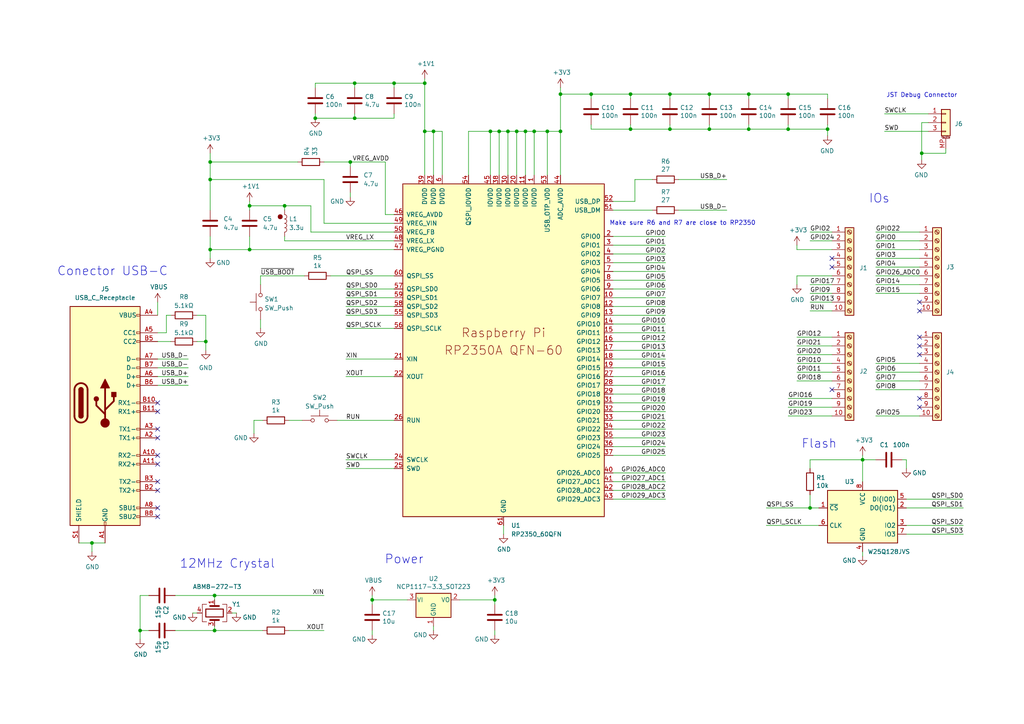
<source format=kicad_sch>
(kicad_sch (version 20250114) (generator "eeschema") (generator_version "9.0")
  (paper "A4")
  (title_block (title "RP2350A Socket Board") (date "2025-07-01") (rev "1") (company "EEST N7"))
  (lib_symbols
    (symbol "Connector:Screw_Terminal_01x10" (pin_names (offset 1.016) (hide yes))
      (property "Reference" "J" (at 0 12.7 0))
      (property "Value" "Screw_Terminal_01x10" (at 0 -15.24 0))
      (symbol "Screw_Terminal_01x10_1_1"
        (pin passive line (at -5.08 10.16 0) (length 3.81) (name "Pin_1") (number "1"))
        (pin passive line (at -5.08 7.62 0) (length 3.81) (name "Pin_2") (number "2"))
        (pin passive line (at -5.08 5.08 0) (length 3.81) (name "Pin_3") (number "3"))
        (pin passive line (at -5.08 2.54 0) (length 3.81) (name "Pin_4") (number "4"))
        (pin passive line (at -5.08 0 0) (length 3.81) (name "Pin_5") (number "5"))
        (pin passive line (at -5.08 -2.54 0) (length 3.81) (name "Pin_6") (number "6"))
        (pin passive line (at -5.08 -5.08 0) (length 3.81) (name "Pin_7") (number "7"))
        (pin passive line (at -5.08 -7.62 0) (length 3.81) (name "Pin_8") (number "8"))
        (pin passive line (at -5.08 -10.16 0) (length 3.81) (name "Pin_9") (number "9"))
        (pin passive line (at -5.08 -12.7 0) (length 3.81) (name "Pin_10") (number "10"))
      )
    )
    (symbol "Connector:USB_C_Receptacle" (pin_names (offset 1.016))
      (property "Reference" "J" (at -10.16 29.21 0))
      (property "Value" "USB_C_Receptacle" (at 10.16 29.21 0))
      (symbol "USB_C_Receptacle_1_1"
        (pin passive line (at -7.62 -40.64 90) (length 5.08) (name "SHIELD") (number "S1"))
        (pin passive line (at 0 -40.64 90) (length 5.08) (name "GND") (number "A1"))
        (pin passive line (at 0 -40.64 90) (length 5.08) (hide yes) (name "GND") (number "A12"))
        (pin passive line (at 0 -40.64 90) (length 5.08) (hide yes) (name "GND") (number "B1"))
        (pin passive line (at 0 -40.64 90) (length 5.08) (hide yes) (name "GND") (number "B12"))
        (pin passive line (at 15.24 25.4 180) (length 5.08) (name "VBUS") (number "A4"))
        (pin passive line (at 15.24 25.4 180) (length 5.08) (hide yes) (name "VBUS") (number "A9"))
        (pin passive line (at 15.24 25.4 180) (length 5.08) (hide yes) (name "VBUS") (number "B4"))
        (pin passive line (at 15.24 25.4 180) (length 5.08) (hide yes) (name "VBUS") (number "B9"))
        (pin bidirectional line (at 15.24 20.32 180) (length 5.08) (name "CC1") (number "A5"))
        (pin bidirectional line (at 15.24 17.78 180) (length 5.08) (name "CC2") (number "B5"))
        (pin bidirectional line (at 15.24 12.7 180) (length 5.08) (name "D-") (number "A7"))
        (pin bidirectional line (at 15.24 10.16 180) (length 5.08) (name "D-") (number "B7"))
        (pin bidirectional line (at 15.24 7.62 180) (length 5.08) (name "D+") (number "A6"))
        (pin bidirectional line (at 15.24 5.08 180) (length 5.08) (name "D+") (number "B6"))
        (pin bidirectional line (at 15.24 0 180) (length 5.08) (name "RX1-") (number "B10"))
        (pin bidirectional line (at 15.24 -2.54 180) (length 5.08) (name "RX1+") (number "B11"))
        (pin bidirectional line (at 15.24 -7.62 180) (length 5.08) (name "TX1-") (number "A3"))
        (pin bidirectional line (at 15.24 -10.16 180) (length 5.08) (name "TX1+") (number "A2"))
        (pin bidirectional line (at 15.24 -15.24 180) (length 5.08) (name "RX2-") (number "A10"))
        (pin bidirectional line (at 15.24 -17.78 180) (length 5.08) (name "RX2+") (number "A11"))
        (pin bidirectional line (at 15.24 -22.86 180) (length 5.08) (name "TX2-") (number "B3"))
        (pin bidirectional line (at 15.24 -25.4 180) (length 5.08) (name "TX2+") (number "B2"))
        (pin bidirectional line (at 15.24 -30.48 180) (length 5.08) (name "SBU1") (number "A8"))
        (pin bidirectional line (at 15.24 -33.02 180) (length 5.08) (name "SBU2") (number "B8"))
      )
    )
    (symbol "Connector_Generic_MountingPin:Conn_01x03_MountingPin" (pin_names (offset 1.016) (hide yes))
      (property "Reference" "J" (at 0 5.08 0))
      (property "Value" "Conn_01x03_MountingPin" (at 1.27 -5.08 0))
      (symbol "Conn_01x03_MountingPin_1_1"
        (text "Mounting" (at 0 -4.191 0) (effects (font (size 0.381 0.381))))
        (pin passive line (at -5.08 2.54 0) (length 3.81) (name "Pin_1") (number "1"))
        (pin passive line (at -5.08 0 0) (length 3.81) (name "Pin_2") (number "2"))
        (pin passive line (at -5.08 -2.54 0) (length 3.81) (name "Pin_3") (number "3"))
        (pin passive line (at 0 -7.62 90) (length 3.048) (name "MountPin") (number "MP"))
      )
    )
    (symbol "Device:C" (pin_numbers (hide yes)) (pin_names (offset 0.254))
      (property "Reference" "C" (at 0.635 2.54 0))
      (property "Value" "C" (at 0.635 -2.54 0))
      (symbol "C_1_1"
        (pin passive line (at 0 3.81 270) (length 2.794) (name "~") (number "1"))
        (pin passive line (at 0 -3.81 90) (length 2.794) (name "~") (number "2"))
      )
    )
    (symbol "Device:Crystal_GND24" (pin_names (offset 1.016) (hide yes))
      (property "Reference" "Y" (at 3.175 5.08 0))
      (property "Value" "Crystal_GND24" (at 3.175 3.175 0))
      (symbol "Crystal_GND24_1_1"
        (pin passive line (at -3.81 0 0) (length 1.27) (name "1") (number "1"))
        (pin passive line (at 0 5.08 270) (length 1.27) (name "2") (number "2"))
        (pin passive line (at 0 -5.08 90) (length 1.27) (name "4") (number "4"))
        (pin passive line (at 3.81 0 180) (length 1.27) (name "3") (number "3"))
      )
    )
    (symbol "Device:L" (pin_numbers (hide yes)) (pin_names (offset 1.016) (hide yes))
      (property "Reference" "L" (at -1.27 0 90))
      (property "Value" "L" (at 1.905 0 90))
      (symbol "L_1_1"
        (pin passive line (at 0 3.81 270) (length 1.27) (name "1") (number "1"))
        (pin passive line (at 0 -3.81 90) (length 1.27) (name "2") (number "2"))
      )
    )
    (symbol "Device:R" (pin_numbers (hide yes)) (pin_names (offset 0))
      (property "Reference" "R" (at 2.032 0 90))
      (property "Value" "R" (at 0 0 90))
      (symbol "R_1_1"
        (pin passive line (at 0 3.81 270) (length 1.27) (name "~") (number "1"))
        (pin passive line (at 0 -3.81 90) (length 1.27) (name "~") (number "2"))
      )
    )
    (symbol "MCU_RaspberryPi_RP2350:RP2350_60QFN" (pin_names (offset 1.016))
      (property "Reference" "U" (at -29.21 49.53 0))
      (property "Value" "RP2350_60QFN" (at 24.13 -49.53 0))
      (symbol "RP2350_60QFN_0_0"
        (text "Raspberry Pi" (at 0 5.08 0) (effects (font (size 2.54 2.54))))
      )
      (symbol "RP2350_60QFN_1_0"
        (text "RP2350A QFN-60" (at 0 0 0) (effects (font (size 2.54 2.54))))
      )
      (symbol "RP2350_60QFN_1_1"
        (pin power_in line (at -31.75 39.37 0) (length 2.54) (name "VREG_AVDD") (number "46"))
        (pin power_in line (at -31.75 36.83 0) (length 2.54) (name "VREG_VIN") (number "49"))
        (pin input line (at -31.75 34.29 0) (length 2.54) (name "VREG_FB") (number "50"))
        (pin power_out line (at -31.75 31.75 0) (length 2.54) (name "VREG_LX") (number "48"))
        (pin power_in line (at -31.75 29.21 0) (length 2.54) (name "VREG_PGND") (number "47"))
        (pin bidirectional line (at -31.75 21.59 0) (length 2.54) (name "QSPI_SS") (number "60"))
        (pin bidirectional line (at -31.75 17.78 0) (length 2.54) (name "QSPI_SD0") (number "57"))
        (pin bidirectional line (at -31.75 15.24 0) (length 2.54) (name "QSPI_SD1") (number "59"))
        (pin bidirectional line (at -31.75 12.7 0) (length 2.54) (name "QSPI_SD2") (number "58"))
        (pin bidirectional line (at -31.75 10.16 0) (length 2.54) (name "QSPI_SD3") (number "55"))
        (pin output line (at -31.75 6.35 0) (length 2.54) (name "QSPI_SCLK") (number "56"))
        (pin input line (at -31.75 -2.54 0) (length 2.54) (name "XIN") (number "21"))
        (pin passive line (at -31.75 -7.62 0) (length 2.54) (name "XOUT") (number "22"))
        (pin input line (at -31.75 -20.32 0) (length 2.54) (name "RUN") (number "26"))
        (pin output line (at -31.75 -31.75 0) (length 2.54) (name "SWCLK") (number "24"))
        (pin bidirectional line (at -31.75 -34.29 0) (length 2.54) (name "SWD") (number "25"))
        (pin power_in line (at -22.86 50.8 270) (length 2.54) (name "DVDD") (number "39"))
        (pin power_in line (at -20.32 50.8 270) (length 2.54) (name "DVDD") (number "23"))
        (pin power_in line (at -17.78 50.8 270) (length 2.54) (name "DVDD") (number "6"))
        (pin power_in line (at -10.16 50.8 270) (length 2.54) (name "QSPI_IOVDD") (number "54"))
        (pin power_in line (at -3.81 50.8 270) (length 2.54) (name "IOVDD") (number "45"))
        (pin power_in line (at -1.27 50.8 270) (length 2.54) (name "IOVDD") (number "38"))
        (pin power_in line (at 0 -50.8 90) (length 2.54) (name "GND") (number "61"))
        (pin power_in line (at 1.27 50.8 270) (length 2.54) (name "IOVDD") (number "30"))
        (pin power_in line (at 3.81 50.8 270) (length 2.54) (name "IOVDD") (number "20"))
        (pin power_in line (at 6.35 50.8 270) (length 2.54) (name "IOVDD") (number "11"))
        (pin power_in line (at 8.89 50.8 270) (length 2.54) (name "IOVDD") (number "1"))
        (pin power_in line (at 12.7 50.8 270) (length 2.54) (name "USB_OTP_VDD") (number "53"))
        (pin power_in line (at 16.51 50.8 270) (length 2.54) (name "ADC_AVDD") (number "44"))
        (pin bidirectional line (at 31.75 43.18 180) (length 2.54) (name "USB_DP") (number "52"))
        (pin bidirectional line (at 31.75 40.64 180) (length 2.54) (name "USB_DM") (number "51"))
        (pin bidirectional line (at 31.75 33.02 180) (length 2.54) (name "GPIO0") (number "2"))
        (pin bidirectional line (at 31.75 30.48 180) (length 2.54) (name "GPIO1") (number "3"))
        (pin bidirectional line (at 31.75 27.94 180) (length 2.54) (name "GPIO2") (number "4"))
        (pin bidirectional line (at 31.75 25.4 180) (length 2.54) (name "GPIO3") (number "5"))
        (pin bidirectional line (at 31.75 22.86 180) (length 2.54) (name "GPIO4") (number "7"))
        (pin bidirectional line (at 31.75 20.32 180) (length 2.54) (name "GPIO5") (number "8"))
        (pin bidirectional line (at 31.75 17.78 180) (length 2.54) (name "GPIO6") (number "9"))
        (pin bidirectional line (at 31.75 15.24 180) (length 2.54) (name "GPIO7") (number "10"))
        (pin bidirectional line (at 31.75 12.7 180) (length 2.54) (name "GPIO8") (number "12"))
        (pin bidirectional line (at 31.75 10.16 180) (length 2.54) (name "GPIO9") (number "13"))
        (pin bidirectional line (at 31.75 7.62 180) (length 2.54) (name "GPIO10") (number "14"))
        (pin bidirectional line (at 31.75 5.08 180) (length 2.54) (name "GPIO11") (number "15"))
        (pin bidirectional line (at 31.75 2.54 180) (length 2.54) (name "GPIO12") (number "16"))
        (pin bidirectional line (at 31.75 0 180) (length 2.54) (name "GPIO13") (number "17"))
        (pin bidirectional line (at 31.75 -2.54 180) (length 2.54) (name "GPIO14") (number "18"))
        (pin bidirectional line (at 31.75 -5.08 180) (length 2.54) (name "GPIO15") (number "19"))
        (pin bidirectional line (at 31.75 -7.62 180) (length 2.54) (name "GPIO16") (number "27"))
        (pin bidirectional line (at 31.75 -10.16 180) (length 2.54) (name "GPIO17") (number "28"))
        (pin bidirectional line (at 31.75 -12.7 180) (length 2.54) (name "GPIO18") (number "29"))
        (pin bidirectional line (at 31.75 -15.24 180) (length 2.54) (name "GPIO19") (number "31"))
        (pin bidirectional line (at 31.75 -17.78 180) (length 2.54) (name "GPIO20") (number "32"))
        (pin bidirectional line (at 31.75 -20.32 180) (length 2.54) (name "GPIO21") (number "33"))
        (pin bidirectional line (at 31.75 -22.86 180) (length 2.54) (name "GPIO22") (number "34"))
        (pin bidirectional line (at 31.75 -25.4 180) (length 2.54) (name "GPIO23") (number "35"))
        (pin bidirectional line (at 31.75 -27.94 180) (length 2.54) (name "GPIO24") (number "36"))
        (pin bidirectional line (at 31.75 -30.48 180) (length 2.54) (name "GPIO25") (number "37"))
        (pin bidirectional line (at 31.75 -35.56 180) (length 2.54) (name "GPIO26_ADC0") (number "40"))
        (pin bidirectional line (at 31.75 -38.1 180) (length 2.54) (name "GPIO27_ADC1") (number "41"))
        (pin bidirectional line (at 31.75 -40.64 180) (length 2.54) (name "GPIO28_ADC2") (number "42"))
        (pin bidirectional line (at 31.75 -43.18 180) (length 2.54) (name "GPIO29_ADC3") (number "43"))
      )
    )
    (symbol "Memory_Flash:W25Q128JVS"
      (property "Reference" "U" (at -8.89 8.89 0))
      (property "Value" "W25Q128JVS" (at 7.62 8.89 0))
      (symbol "W25Q128JVS_1_1"
        (pin input line (at -12.7 2.54 0) (length 2.54) (name "~{CS}") (number "1"))
        (pin input line (at -12.7 -2.54 0) (length 2.54) (name "CLK") (number "6"))
        (pin power_in line (at 0 10.16 270) (length 2.54) (name "VCC") (number "8"))
        (pin power_in line (at 0 -10.16 90) (length 2.54) (name "GND") (number "4"))
        (pin bidirectional line (at 12.7 5.08 180) (length 2.54) (name "DI(IO0)") (number "5"))
        (pin bidirectional line (at 12.7 2.54 180) (length 2.54) (name "DO(IO1)") (number "2"))
        (pin bidirectional line (at 12.7 -2.54 180) (length 2.54) (name "IO2") (number "3"))
        (pin bidirectional line (at 12.7 -5.08 180) (length 2.54) (name "IO3") (number "7"))
      )
    )
    (symbol "Regulator_Linear:NCP1117-3.3_SOT223" (pin_names (offset 0.254))
      (property "Reference" "U" (at -3.81 3.175 0))
      (property "Value" "NCP1117-3.3_SOT223" (at 0 3.175 0))
      (symbol "NCP1117-3.3_SOT223_1_1"
        (pin power_in line (at -7.62 0 0) (length 2.54) (name "VI") (number "3"))
        (pin power_in line (at 0 -7.62 90) (length 2.54) (name "GND") (number "1"))
        (pin power_out line (at 7.62 0 180) (length 2.54) (name "VO") (number "2"))
      )
    )
    (symbol "Switch:SW_Push" (pin_numbers (hide yes)) (pin_names (offset 1.016) (hide yes))
      (property "Reference" "SW" (at 1.27 2.54 0))
      (property "Value" "SW_Push" (at 0 -1.524 0))
      (symbol "SW_Push_0_1"
        (pin passive line (at -5.08 0 0) (length 2.54) (name "1") (number "1"))
        (pin passive line (at 5.08 0 180) (length 2.54) (name "2") (number "2"))
      )
    )
    (symbol "power:+1V1" (power) (pin_names (offset 0))
      (property "Value" "+1V1" (at 0 3.556 0))
      (symbol "+1V1_1_1"
        (pin power_in line (at 0 0 90) (length 0) (hide yes) (name "+1V1") (number "1"))
      )
    )
    (symbol "power:+3V3" (power) (pin_names (offset 0))
      (property "Value" "+3V3" (at 0 3.556 0))
      (symbol "+3V3_1_1"
        (pin power_in line (at 0 0 90) (length 0) (hide yes) (name "+3V3") (number "1"))
      )
    )
    (symbol "power:GND" (power) (pin_names (offset 0))
      (property "Value" "GND" (at 0 -3.81 0))
      (symbol "GND_1_1"
        (pin power_in line (at 0 0 270) (length 0) (hide yes) (name "GND") (number "1"))
      )
    )
    (symbol "power:VBUS" (power) (pin_names (offset 0))
      (property "Value" "VBUS" (at 0 3.81 0))
      (symbol "VBUS_1_1"
        (pin power_in line (at 0 0 90) (length 0) (hide yes) (name "VBUS") (number "1"))
      )
    )
  )
  (circle (center 81.28 62.865) (radius 0.635) (stroke (width 0) (color 132 0 0 1)) (fill (type color) (color 132 0 0 1)))
  (text "Conector USB-C" (at 16.51 80.264 0) (effects (font (size 2.54 2.54)) (justify left bottom)))
  (text "Make sure R6 and R7 are close to RP2350\n" (at 176.784 65.532 0) (effects (font (size 1.27 1.27)) (justify left bottom)))
  (text "JST Debug Connector" (at 257.048 28.448 0) (effects (font (size 1.27 1.27)) (justify left bottom)))
  (text "12MHz Crystal" (at 52.07 165.1 0) (effects (font (size 2.54 2.54)) (justify left bottom)))
  (text "Flash" (at 232.41 130.302 0) (effects (font (size 2.54 2.54)) (justify left bottom)))
  (text "Power" (at 111.506 163.83 0) (effects (font (size 2.54 2.54)) (justify left bottom)))
  (text "IOs" (at 251.968 59.182 0) (effects (font (size 2.54 2.54)) (justify left bottom)))
  (junction (at 152.4 38.1))
  (junction (at 182.88 37.465))
  (junction (at 62.23 182.88))
  (junction (at 107.95 173.99))
  (junction (at 26.67 157.48))
  (junction (at 205.74 27.305))
  (junction (at 182.88 27.305))
  (junction (at 101.6 46.99))
  (junction (at 162.56 38.1))
  (junction (at 162.56 27.305))
  (junction (at 142.24 38.1))
  (junction (at 59.69 99.06))
  (junction (at 72.39 59.69))
  (junction (at 60.96 72.39))
  (junction (at 91.44 34.29))
  (junction (at 250.19 133.35))
  (junction (at 102.87 24.13))
  (junction (at 123.19 24.13))
  (junction (at 82.55 59.69))
  (junction (at 40.64 182.88))
  (junction (at 72.39 72.39))
  (junction (at 228.6 37.465))
  (junction (at 102.87 34.29))
  (junction (at 144.78 38.1))
  (junction (at 217.17 37.465))
  (junction (at 149.86 38.1))
  (junction (at 205.74 37.465))
  (junction (at 194.31 27.305))
  (junction (at 60.96 52.07))
  (junction (at 171.45 27.305))
  (junction (at 234.95 147.32))
  (junction (at 114.3 24.13))
  (junction (at 125.73 38.1))
  (junction (at 143.51 173.99))
  (junction (at 228.6 27.305))
  (junction (at 123.19 38.1))
  (junction (at 158.75 38.1))
  (junction (at 267.335 44.45))
  (junction (at 240.03 37.465))
  (junction (at 62.23 172.72))
  (junction (at 194.31 37.465))
  (junction (at 60.96 46.99))
  (junction (at 217.17 27.305))
  (junction (at 147.32 38.1))
  (junction (at 154.94 38.1))
  (no_connect (at 45.72 124.46))
  (no_connect (at 266.7 100.33))
  (no_connect (at 45.72 132.08))
  (no_connect (at 45.72 134.62))
  (no_connect (at 241.3 74.93))
  (no_connect (at 45.72 147.32))
  (no_connect (at 266.7 97.79))
  (no_connect (at 45.72 142.24))
  (no_connect (at 266.7 115.57))
  (no_connect (at 266.7 87.63))
  (no_connect (at 266.7 90.17))
  (no_connect (at 45.72 127))
  (no_connect (at 45.72 116.84))
  (no_connect (at 45.72 149.86))
  (no_connect (at 45.72 139.7))
  (no_connect (at 241.3 77.47))
  (no_connect (at 45.72 119.38))
  (no_connect (at 266.7 102.87))
  (no_connect (at 241.3 113.03))
  (no_connect (at 266.7 118.11))
  (wire (pts (xy 177.8 78.74) (xy 193.04 78.74)))
  (wire (pts (xy 118.11 173.99) (xy 107.95 173.99)))
  (wire (pts (xy 59.69 99.06) (xy 59.69 101.6)))
  (wire (pts (xy 162.56 27.305) (xy 162.56 38.1)))
  (wire (pts (xy 171.45 36.195) (xy 171.45 37.465)))
  (wire (pts (xy 142.24 50.8) (xy 142.24 38.1)))
  (wire (pts (xy 135.89 50.8) (xy 135.89 38.1)))
  (wire (pts (xy 262.89 133.35) (xy 261.62 133.35)))
  (wire (pts (xy 177.8 58.42) (xy 184.15 58.42)))
  (wire (pts (xy 234.95 67.31) (xy 241.3 67.31)))
  (wire (pts (xy 171.45 28.575) (xy 171.45 27.305)))
  (wire (pts (xy 143.51 175.26) (xy 143.51 173.99)))
  (wire (pts (xy 26.67 157.48) (xy 26.67 160.02)))
  (wire (pts (xy 100.33 88.9) (xy 114.3 88.9)))
  (wire (pts (xy 107.95 175.26) (xy 107.95 173.99)))
  (wire (pts (xy 177.8 88.9) (xy 193.04 88.9)))
  (wire (pts (xy 57.15 99.06) (xy 59.69 99.06)))
  (wire (pts (xy 177.8 137.16) (xy 193.04 137.16)))
  (wire (pts (xy 72.39 60.96) (xy 72.39 59.69)))
  (wire (pts (xy 144.78 38.1) (xy 147.32 38.1)))
  (wire (pts (xy 205.74 37.465) (xy 194.31 37.465)))
  (wire (pts (xy 231.14 80.01) (xy 231.14 82.55)))
  (wire (pts (xy 205.74 28.575) (xy 205.74 27.305)))
  (wire (pts (xy 114.3 24.13) (xy 123.19 24.13)))
  (wire (pts (xy 250.19 133.35) (xy 250.19 139.7)))
  (wire (pts (xy 91.44 24.13) (xy 102.87 24.13)))
  (wire (pts (xy 101.6 57.15) (xy 101.6 55.88)))
  (wire (pts (xy 231.14 110.49) (xy 241.3 110.49)))
  (wire (pts (xy 114.3 133.35) (xy 100.33 133.35)))
  (wire (pts (xy 123.19 24.13) (xy 123.19 38.1)))
  (wire (pts (xy 217.17 37.465) (xy 205.74 37.465)))
  (wire (pts (xy 262.89 152.4) (xy 279.4 152.4)))
  (wire (pts (xy 60.96 68.58) (xy 60.96 72.39)))
  (wire (pts (xy 250.19 160.02) (xy 250.19 161.29)))
  (wire (pts (xy 60.96 44.45) (xy 60.96 46.99)))
  (wire (pts (xy 72.39 59.69) (xy 82.55 59.69)))
  (wire (pts (xy 45.72 99.06) (xy 49.53 99.06)))
  (wire (pts (xy 177.8 104.14) (xy 193.04 104.14)))
  (wire (pts (xy 254 77.47) (xy 266.7 77.47)))
  (wire (pts (xy 171.45 27.305) (xy 182.88 27.305)))
  (wire (pts (xy 142.24 38.1) (xy 144.78 38.1)))
  (wire (pts (xy 111.76 46.99) (xy 111.76 62.23)))
  (wire (pts (xy 222.25 152.4) (xy 237.49 152.4)))
  (wire (pts (xy 125.73 50.8) (xy 125.73 38.1)))
  (wire (pts (xy 269.24 35.56) (xy 267.335 35.56)))
  (wire (pts (xy 217.17 28.575) (xy 217.17 27.305)))
  (wire (pts (xy 114.3 109.22) (xy 100.33 109.22)))
  (wire (pts (xy 123.19 22.86) (xy 123.19 24.13)))
  (wire (pts (xy 182.88 28.575) (xy 182.88 27.305)))
  (wire (pts (xy 93.98 52.07) (xy 93.98 64.77)))
  (wire (pts (xy 267.335 44.45) (xy 267.335 46.355)))
  (wire (pts (xy 177.8 83.82) (xy 193.04 83.82)))
  (wire (pts (xy 194.31 27.305) (xy 205.74 27.305)))
  (wire (pts (xy 254 110.49) (xy 266.7 110.49)))
  (wire (pts (xy 144.78 50.8) (xy 144.78 38.1)))
  (wire (pts (xy 162.56 38.1) (xy 162.56 50.8)))
  (wire (pts (xy 274.32 43.18) (xy 274.32 44.45)))
  (wire (pts (xy 205.74 27.305) (xy 217.17 27.305)))
  (wire (pts (xy 40.64 172.72) (xy 40.64 182.88)))
  (wire (pts (xy 182.88 36.195) (xy 182.88 37.465)))
  (wire (pts (xy 93.98 64.77) (xy 114.3 64.77)))
  (wire (pts (xy 262.89 147.32) (xy 279.4 147.32)))
  (wire (pts (xy 100.33 83.82) (xy 114.3 83.82)))
  (wire (pts (xy 234.95 133.35) (xy 250.19 133.35)))
  (wire (pts (xy 149.86 50.8) (xy 149.86 38.1)))
  (wire (pts (xy 182.88 37.465) (xy 171.45 37.465)))
  (wire (pts (xy 177.8 106.68) (xy 193.04 106.68)))
  (wire (pts (xy 154.94 38.1) (xy 158.75 38.1)))
  (wire (pts (xy 196.85 60.96) (xy 210.82 60.96)))
  (wire (pts (xy 60.96 46.99) (xy 86.36 46.99)))
  (wire (pts (xy 217.17 36.195) (xy 217.17 37.465)))
  (wire (pts (xy 60.96 52.07) (xy 93.98 52.07)))
  (wire (pts (xy 240.03 28.575) (xy 240.03 27.305)))
  (wire (pts (xy 62.23 173.99) (xy 62.23 172.72)))
  (wire (pts (xy 177.8 127) (xy 193.04 127)))
  (wire (pts (xy 162.56 25.4) (xy 162.56 27.305)))
  (wire (pts (xy 177.8 96.52) (xy 193.04 96.52)))
  (wire (pts (xy 22.86 157.48) (xy 26.67 157.48)))
  (wire (pts (xy 90.17 59.69) (xy 82.55 59.69)))
  (wire (pts (xy 158.75 50.8) (xy 158.75 38.1)))
  (wire (pts (xy 101.6 46.99) (xy 101.6 48.26)))
  (wire (pts (xy 231.14 97.79) (xy 241.3 97.79)))
  (wire (pts (xy 75.565 92.71) (xy 75.565 95.25)))
  (wire (pts (xy 45.72 104.14) (xy 54.61 104.14)))
  (wire (pts (xy 254 107.95) (xy 266.7 107.95)))
  (wire (pts (xy 60.96 52.07) (xy 60.96 60.96)))
  (wire (pts (xy 114.3 95.25) (xy 100.33 95.25)))
  (wire (pts (xy 67.31 177.8) (xy 68.58 177.8)))
  (wire (pts (xy 107.95 172.72) (xy 107.95 173.99)))
  (wire (pts (xy 82.55 59.69) (xy 82.55 60.96)))
  (wire (pts (xy 241.3 115.57) (xy 228.6 115.57)))
  (wire (pts (xy 143.51 173.99) (xy 143.51 172.72)))
  (wire (pts (xy 135.89 38.1) (xy 142.24 38.1)))
  (wire (pts (xy 177.8 111.76) (xy 193.04 111.76)))
  (wire (pts (xy 147.32 38.1) (xy 149.86 38.1)))
  (wire (pts (xy 228.6 36.195) (xy 228.6 37.465)))
  (wire (pts (xy 114.3 34.29) (xy 114.3 33.02)))
  (wire (pts (xy 177.8 116.84) (xy 193.04 116.84)))
  (wire (pts (xy 234.95 143.51) (xy 234.95 147.32)))
  (wire (pts (xy 196.85 52.07) (xy 210.82 52.07)))
  (wire (pts (xy 102.87 24.13) (xy 114.3 24.13)))
  (wire (pts (xy 254 85.09) (xy 266.7 85.09)))
  (wire (pts (xy 241.3 90.17) (xy 234.95 90.17)))
  (wire (pts (xy 60.96 72.39) (xy 72.39 72.39)))
  (wire (pts (xy 114.3 135.89) (xy 100.33 135.89)))
  (wire (pts (xy 125.73 181.61) (xy 125.73 182.88)))
  (wire (pts (xy 254 74.93) (xy 266.7 74.93)))
  (wire (pts (xy 128.27 38.1) (xy 128.27 50.8)))
  (wire (pts (xy 177.8 76.2) (xy 193.04 76.2)))
  (wire (pts (xy 262.89 144.78) (xy 279.4 144.78)))
  (wire (pts (xy 177.8 101.6) (xy 193.04 101.6)))
  (wire (pts (xy 241.3 120.65) (xy 228.6 120.65)))
  (wire (pts (xy 82.55 69.85) (xy 82.55 68.58)))
  (wire (pts (xy 146.05 152.4) (xy 146.05 154.94)))
  (wire (pts (xy 93.98 46.99) (xy 101.6 46.99)))
  (wire (pts (xy 177.8 109.22) (xy 193.04 109.22)))
  (wire (pts (xy 267.335 35.56) (xy 267.335 44.45)))
  (wire (pts (xy 177.8 71.12) (xy 193.04 71.12)))
  (wire (pts (xy 266.7 120.65) (xy 254 120.65)))
  (wire (pts (xy 240.03 36.195) (xy 240.03 37.465)))
  (wire (pts (xy 147.32 50.8) (xy 147.32 38.1)))
  (wire (pts (xy 234.95 87.63) (xy 241.3 87.63)))
  (wire (pts (xy 241.3 100.33) (xy 231.14 100.33)))
  (wire (pts (xy 76.2 121.92) (xy 73.66 121.92)))
  (wire (pts (xy 143.51 182.88) (xy 143.51 184.15)))
  (wire (pts (xy 123.19 38.1) (xy 123.19 50.8)))
  (wire (pts (xy 83.82 121.92) (xy 87.63 121.92)))
  (wire (pts (xy 184.15 52.07) (xy 184.15 58.42)))
  (wire (pts (xy 62.23 181.61) (xy 62.23 182.88)))
  (wire (pts (xy 228.6 37.465) (xy 240.03 37.465)))
  (wire (pts (xy 50.8 182.88) (xy 62.23 182.88)))
  (wire (pts (xy 262.89 135.89) (xy 262.89 133.35)))
  (wire (pts (xy 234.95 85.09) (xy 241.3 85.09)))
  (wire (pts (xy 152.4 50.8) (xy 152.4 38.1)))
  (wire (pts (xy 83.82 182.88) (xy 93.98 182.88)))
  (wire (pts (xy 241.3 69.85) (xy 234.95 69.85)))
  (wire (pts (xy 177.8 99.06) (xy 193.04 99.06)))
  (wire (pts (xy 177.8 73.66) (xy 193.04 73.66)))
  (wire (pts (xy 45.72 106.68) (xy 54.61 106.68)))
  (wire (pts (xy 149.86 38.1) (xy 152.4 38.1)))
  (wire (pts (xy 162.56 27.305) (xy 171.45 27.305)))
  (wire (pts (xy 254 72.39) (xy 266.7 72.39)))
  (wire (pts (xy 72.39 68.58) (xy 72.39 72.39)))
  (wire (pts (xy 254 113.03) (xy 266.7 113.03)))
  (wire (pts (xy 222.25 147.32) (xy 234.95 147.32)))
  (wire (pts (xy 177.8 121.92) (xy 193.04 121.92)))
  (wire (pts (xy 62.23 172.72) (xy 93.98 172.72)))
  (wire (pts (xy 45.72 111.76) (xy 54.61 111.76)))
  (wire (pts (xy 241.3 102.87) (xy 231.14 102.87)))
  (wire (pts (xy 254 105.41) (xy 266.7 105.41)))
  (wire (pts (xy 114.3 25.4) (xy 114.3 24.13)))
  (wire (pts (xy 177.8 91.44) (xy 193.04 91.44)))
  (wire (pts (xy 177.8 68.58) (xy 193.04 68.58)))
  (wire (pts (xy 152.4 38.1) (xy 154.94 38.1)))
  (wire (pts (xy 184.15 52.07) (xy 189.23 52.07)))
  (wire (pts (xy 177.8 124.46) (xy 193.04 124.46)))
  (wire (pts (xy 231.14 72.39) (xy 231.14 71.12)))
  (wire (pts (xy 102.87 33.02) (xy 102.87 34.29)))
  (wire (pts (xy 256.54 38.1) (xy 269.24 38.1)))
  (wire (pts (xy 43.18 182.88) (xy 40.64 182.88)))
  (wire (pts (xy 100.33 91.44) (xy 114.3 91.44)))
  (wire (pts (xy 267.335 44.45) (xy 274.32 44.45)))
  (wire (pts (xy 254 80.01) (xy 266.7 80.01)))
  (wire (pts (xy 100.33 104.14) (xy 114.3 104.14)))
  (wire (pts (xy 177.8 86.36) (xy 193.04 86.36)))
  (wire (pts (xy 82.55 69.85) (xy 114.3 69.85)))
  (wire (pts (xy 101.6 46.99) (xy 111.76 46.99)))
  (wire (pts (xy 228.6 37.465) (xy 217.17 37.465)))
  (wire (pts (xy 59.69 91.44) (xy 57.15 91.44)))
  (wire (pts (xy 60.96 46.99) (xy 60.96 52.07)))
  (wire (pts (xy 231.14 105.41) (xy 241.3 105.41)))
  (wire (pts (xy 48.26 96.52) (xy 45.72 96.52)))
  (wire (pts (xy 154.94 38.1) (xy 154.94 50.8)))
  (wire (pts (xy 234.95 135.89) (xy 234.95 133.35)))
  (wire (pts (xy 228.6 27.305) (xy 240.03 27.305)))
  (wire (pts (xy 40.64 182.88) (xy 40.64 185.42)))
  (wire (pts (xy 217.17 27.305) (xy 228.6 27.305)))
  (wire (pts (xy 75.565 80.01) (xy 75.565 82.55)))
  (wire (pts (xy 266.7 67.31) (xy 254 67.31)))
  (wire (pts (xy 91.44 33.02) (xy 91.44 34.29)))
  (wire (pts (xy 102.87 34.29) (xy 114.3 34.29)))
  (wire (pts (xy 48.26 91.44) (xy 48.26 96.52)))
  (wire (pts (xy 102.87 25.4) (xy 102.87 24.13)))
  (wire (pts (xy 241.3 80.01) (xy 231.14 80.01)))
  (wire (pts (xy 177.8 139.7) (xy 193.04 139.7)))
  (wire (pts (xy 72.39 58.42) (xy 72.39 59.69)))
  (wire (pts (xy 194.31 36.195) (xy 194.31 37.465)))
  (wire (pts (xy 254 69.85) (xy 266.7 69.85)))
  (wire (pts (xy 73.66 121.92) (xy 73.66 125.73)))
  (wire (pts (xy 45.72 109.22) (xy 54.61 109.22)))
  (wire (pts (xy 177.8 60.96) (xy 189.23 60.96)))
  (wire (pts (xy 254 82.55) (xy 266.7 82.55)))
  (wire (pts (xy 43.18 172.72) (xy 40.64 172.72)))
  (wire (pts (xy 60.96 72.39) (xy 60.96 74.93)))
  (wire (pts (xy 177.8 114.3) (xy 193.04 114.3)))
  (wire (pts (xy 48.26 91.44) (xy 49.53 91.44)))
  (wire (pts (xy 114.3 80.01) (xy 95.885 80.01)))
  (wire (pts (xy 107.95 182.88) (xy 107.95 184.15)))
  (wire (pts (xy 26.67 157.48) (xy 30.48 157.48)))
  (wire (pts (xy 59.69 91.44) (xy 59.69 99.06)))
  (wire (pts (xy 97.79 121.92) (xy 114.3 121.92)))
  (wire (pts (xy 45.72 87.63) (xy 45.72 91.44)))
  (wire (pts (xy 177.8 144.78) (xy 193.04 144.78)))
  (wire (pts (xy 125.73 38.1) (xy 123.19 38.1)))
  (wire (pts (xy 62.23 182.88) (xy 76.2 182.88)))
  (wire (pts (xy 177.8 93.98) (xy 193.04 93.98)))
  (wire (pts (xy 177.8 132.08) (xy 193.04 132.08)))
  (wire (pts (xy 72.39 72.39) (xy 114.3 72.39)))
  (wire (pts (xy 88.265 80.01) (xy 75.565 80.01)))
  (wire (pts (xy 133.35 173.99) (xy 143.51 173.99)))
  (wire (pts (xy 182.88 27.305) (xy 194.31 27.305)))
  (wire (pts (xy 177.8 142.24) (xy 193.04 142.24)))
  (wire (pts (xy 234.95 147.32) (xy 237.49 147.32)))
  (wire (pts (xy 250.19 132.08) (xy 250.19 133.35)))
  (wire (pts (xy 177.8 81.28) (xy 193.04 81.28)))
  (wire (pts (xy 262.89 154.94) (xy 279.4 154.94)))
  (wire (pts (xy 256.54 33.02) (xy 269.24 33.02)))
  (wire (pts (xy 100.33 86.36) (xy 114.3 86.36)))
  (wire (pts (xy 91.44 25.4) (xy 91.44 24.13)))
  (wire (pts (xy 194.31 28.575) (xy 194.31 27.305)))
  (wire (pts (xy 111.76 62.23) (xy 114.3 62.23)))
  (wire (pts (xy 177.8 129.54) (xy 193.04 129.54)))
  (wire (pts (xy 205.74 36.195) (xy 205.74 37.465)))
  (wire (pts (xy 228.6 28.575) (xy 228.6 27.305)))
  (wire (pts (xy 240.03 37.465) (xy 240.03 39.37)))
  (wire (pts (xy 231.14 107.95) (xy 241.3 107.95)))
  (wire (pts (xy 158.75 38.1) (xy 162.56 38.1)))
  (wire (pts (xy 250.19 133.35) (xy 254 133.35)))
  (wire (pts (xy 91.44 34.29) (xy 102.87 34.29)))
  (wire (pts (xy 241.3 118.11) (xy 228.6 118.11)))
  (wire (pts (xy 90.17 67.31) (xy 90.17 59.69)))
  (wire (pts (xy 114.3 67.31) (xy 90.17 67.31)))
  (wire (pts (xy 55.88 177.8) (xy 57.15 177.8)))
  (wire (pts (xy 234.95 82.55) (xy 241.3 82.55)))
  (wire (pts (xy 50.8 172.72) (xy 62.23 172.72)))
  (wire (pts (xy 194.31 37.465) (xy 182.88 37.465)))
  (wire (pts (xy 125.73 38.1) (xy 128.27 38.1)))
  (wire (pts (xy 177.8 119.38) (xy 193.04 119.38)))
  (wire (pts (xy 231.14 72.39) (xy 241.3 72.39)))
  (label "GPIO0" (at 193.04 68.58 180))
  (label "VREG_AVDD" (at 102.235 46.99 0))
  (label "XOUT" (at 100.33 109.22 0))
  (label "GPIO12" (at 193.04 99.06 180))
  (label "USB_D-" (at 210.82 60.96 180))
  (label "VREG_LX" (at 100.33 69.85 0))
  (label "GPIO18" (at 231.14 110.49 0))
  (label "GPIO21" (at 193.04 121.92 180))
  (label "GPIO3" (at 254 74.93 0))
  (label "GPIO22" (at 254 67.31 0))
  (label "GPIO10" (at 193.04 93.98 180))
  (label "GPIO7" (at 254 110.49 0))
  (label "QSPI_SD3" (at 100.33 91.44 0))
  (label "GPIO25" (at 254 120.65 0))
  (label "GPIO4" (at 254 77.47 0))
  (label "GPIO19" (at 193.04 116.84 180))
  (label "GPIO10" (at 231.14 105.41 0))
  (label "GPIO5" (at 193.04 81.28 180))
  (label "QSPI_SD3" (at 279.4 154.94 180))
  (label "GPIO16" (at 193.04 109.22 180))
  (label "GPIO1" (at 254 72.39 0))
  (label "SWCLK" (at 256.54 33.02 0))
  (label "GPIO7" (at 193.04 86.36 180))
  (label "GPIO29_ADC3" (at 193.04 144.78 180))
  (label "GPIO5" (at 254 105.41 0))
  (label "GPIO17" (at 193.04 111.76 180))
  (label "GPIO15" (at 193.04 106.68 180))
  (label "GPIO14" (at 254 82.55 0))
  (label "QSPI_SCLK" (at 222.25 152.4 0))
  (label "GPIO15" (at 254 85.09 0))
  (label "GPIO20" (at 193.04 119.38 180))
  (label "SWD" (at 256.54 38.1 0))
  (label "RUN" (at 100.33 121.92 0))
  (label "QSPI_SD2" (at 279.4 152.4 180))
  (label "GPIO2" (at 234.95 67.31 0))
  (label "GPIO11" (at 231.14 107.95 0))
  (label "RUN" (at 234.95 90.17 0))
  (label "QSPI_SD1" (at 279.4 147.32 180))
  (label "GPIO21" (at 231.14 100.33 0))
  (label "SWD" (at 100.33 135.89 0))
  (label "QSPI_SD0" (at 100.33 83.82 0))
  (label "GPIO13" (at 193.04 101.6 180))
  (label "GPIO18" (at 193.04 114.3 180))
  (label "XIN" (at 100.33 104.14 0))
  (label "GPIO6" (at 193.04 83.82 180))
  (label "USB_D-" (at 54.61 104.14 180))
  (label "QSPI_SD0" (at 279.4 144.78 180))
  (label "GPIO13" (at 234.95 87.63 0))
  (label "GPIO23" (at 228.6 120.65 0))
  (label "GPIO24" (at 234.95 69.85 0))
  (label "GPIO0" (at 254 69.85 0))
  (label "QSPI_SS" (at 222.25 147.32 0))
  (label "XIN" (at 93.98 172.72 180))
  (label "GPIO9" (at 193.04 91.44 180))
  (label "GPIO12" (at 231.14 97.79 0))
  (label "USB_D+" (at 54.61 111.76 180))
  (label "GPIO27_ADC1" (at 193.04 139.7 180))
  (label "USB_D+" (at 210.82 52.07 180))
  (label "QSPI_SD1" (at 100.33 86.36 0))
  (label "XOUT" (at 93.98 182.88 180))
  (label "QSPI_SD2" (at 100.33 88.9 0))
  (label "~{USB_BOOT}" (at 75.565 80.01 0))
  (label "GPIO17" (at 234.95 82.55 0))
  (label "GPIO25" (at 193.04 132.08 180))
  (label "GPIO2" (at 193.04 73.66 180))
  (label "GPIO8" (at 254 113.03 0))
  (label "GPIO19" (at 228.6 118.11 0))
  (label "GPIO8" (at 193.04 88.9 180))
  (label "GPIO9" (at 234.95 85.09 0))
  (label "USB_D+" (at 54.61 109.22 180))
  (label "GPIO1" (at 193.04 71.12 180))
  (label "QSPI_SS" (at 100.33 80.01 0))
  (label "GPIO16" (at 228.6 115.57 0))
  (label "GPIO14" (at 193.04 104.14 180))
  (label "QSPI_SCLK" (at 100.33 95.25 0))
  (label "GPIO22" (at 193.04 124.46 180))
  (label "GPIO20" (at 231.14 102.87 0))
  (label "GPIO3" (at 193.04 76.2 180))
  (label "USB_D-" (at 54.61 106.68 180))
  (label "GPIO28_ADC2" (at 193.04 142.24 180))
  (label "GPIO6" (at 254 107.95 0))
  (label "GPIO26_ADC0" (at 193.04 137.16 180))
  (label "GPIO4" (at 193.04 78.74 180))
  (label "GPIO11" (at 193.04 96.52 180))
  (label "GPIO24" (at 193.04 129.54 180))
  (label "SWCLK" (at 100.33 133.35 0))
  (label "GPIO26_ADC0" (at 254 80.01 0))
  (label "GPIO23" (at 193.04 127 180))
  (symbol (lib_id "Memory_Flash:W25Q128JVS") (at 250.19 149.86 0) (unit 1)
    (property "Reference" "U3" (at 246.38 139.7 0))
    (property "Value" "W25Q128JVS" (at 257.81 160.02 0))
    (property "Footprint" "Package_SO:SOIC-8_5.3x5.3mm_P1.27mm" (effects (hide yes)))
    (property "Datasheet" "http://www.winbond.com/resource-files/w25q128jv_dtr%20revc%2003272018%20plus.pdf" (effects (hide yes)))
  )
  (symbol (lib_id "power:+3V3") (at 250.19 132.08 0) (unit 1)
    (property "Reference" "#PWR04" (effects (hide yes)))
    (property "Value" "+3V3" (at 250.571 127.6858 0))
  )
  (symbol (lib_id "power:GND") (at 250.19 161.29 0) (unit 1)
    (property "Reference" "#PWR05" (effects (hide yes)))
    (property "Value" "GND" (at 246.38 162.56 0))
  )
  (symbol (lib_id "Device:R") (at 234.95 139.7 0) (unit 1)
    (property "Reference" "R1" (at 236.728 138.5316 0) (effects (justify left)))
    (property "Value" "10k" (at 236.728 140.843 0) (effects (justify left)))
    (property "Footprint" "Resistor_SMD:R_0402_1005Metric" (effects (hide yes)))
  )
  (symbol (lib_id "Device:C") (at 257.81 133.35 90) (unit 1)
    (property "Reference" "C1" (at 257.81 129.032 90) (effects (justify left)))
    (property "Value" "100n" (at 263.906 129.032 90) (effects (justify left)))
    (property "Footprint" "Capacitor_SMD:C_0402_1005Metric_Pad0.74x0.62mm_HandSolder" (effects (hide yes)))
  )
  (symbol (lib_id "power:GND") (at 262.89 135.89 0) (unit 1)
    (property "Reference" "#PWR06" (effects (hide yes)))
    (property "Value" "GND" (at 266.7 137.16 0))
  )
  (symbol (lib_id "power:GND") (at 146.05 154.94 0) (unit 1)
    (property "Reference" "#PWR021" (effects (hide yes)))
    (property "Value" "GND" (at 146.177 159.3342 0))
  )
  (symbol (lib_id "Device:R") (at 193.04 52.07 270) (unit 1)
    (property "Reference" "R6" (at 193.04 46.8122 90))
    (property "Value" "27" (at 193.04 49.1236 90))
    (property "Footprint" "Resistor_SMD:R_0402_1005Metric" (effects (hide yes)))
  )
  (symbol (lib_id "Device:R") (at 193.04 60.96 270) (unit 1)
    (property "Reference" "R7" (at 193.04 55.7022 90))
    (property "Value" "27" (at 193.04 58.0136 90))
    (property "Footprint" "Resistor_SMD:R_0402_1005Metric" (effects (hide yes)))
  )
  (symbol (lib_id "power:GND") (at 26.67 160.02 0) (unit 1)
    (property "Reference" "#PWR01" (effects (hide yes)))
    (property "Value" "GND" (at 26.797 164.4142 0))
  )
  (symbol (lib_id "power:GND") (at 231.14 82.55 0) (unit 1)
    (property "Reference" "#PWR026" (effects (hide yes)))
    (property "Value" "GND" (at 231.267 86.9442 0))
  )
  (symbol (lib_id "power:+3V3") (at 162.56 25.4 0) (unit 1)
    (property "Reference" "#PWR022" (effects (hide yes)))
    (property "Value" "+3V3" (at 162.941 21.0058 0))
  )
  (symbol (lib_id "Device:C") (at 171.45 32.385 0) (unit 1)
    (property "Reference" "C10" (at 174.371 31.2166 0) (effects (justify left)))
    (property "Value" "100n" (at 174.371 33.528 0) (effects (justify left)))
    (property "Footprint" "Capacitor_SMD:C_0402_1005Metric_Pad0.74x0.62mm_HandSolder" (effects (hide yes)))
  )
  (symbol (lib_id "Device:C") (at 182.88 32.385 0) (unit 1)
    (property "Reference" "C11" (at 185.801 31.2166 0) (effects (justify left)))
    (property "Value" "100n" (at 185.801 33.528 0) (effects (justify left)))
    (property "Footprint" "Capacitor_SMD:C_0402_1005Metric_Pad0.74x0.62mm_HandSolder" (effects (hide yes)))
  )
  (symbol (lib_id "Device:C") (at 194.31 32.385 0) (unit 1)
    (property "Reference" "C12" (at 197.231 31.2166 0) (effects (justify left)))
    (property "Value" "100n" (at 197.231 33.528 0) (effects (justify left)))
    (property "Footprint" "Capacitor_SMD:C_0402_1005Metric_Pad0.74x0.62mm_HandSolder" (effects (hide yes)))
  )
  (symbol (lib_id "Device:C") (at 205.74 32.385 0) (unit 1)
    (property "Reference" "C13" (at 208.661 31.2166 0) (effects (justify left)))
    (property "Value" "100n" (at 208.661 33.528 0) (effects (justify left)))
    (property "Footprint" "Capacitor_SMD:C_0402_1005Metric_Pad0.74x0.62mm_HandSolder" (effects (hide yes)))
  )
  (symbol (lib_id "Device:C") (at 217.17 32.385 0) (unit 1)
    (property "Reference" "C14" (at 220.091 31.2166 0) (effects (justify left)))
    (property "Value" "100n" (at 220.091 33.528 0) (effects (justify left)))
    (property "Footprint" "Capacitor_SMD:C_0402_1005Metric_Pad0.74x0.62mm_HandSolder" (effects (hide yes)))
  )
  (symbol (lib_id "Device:C") (at 228.6 32.385 0) (unit 1)
    (property "Reference" "C15" (at 231.521 31.2166 0) (effects (justify left)))
    (property "Value" "100n" (at 231.521 33.528 0) (effects (justify left)))
    (property "Footprint" "Capacitor_SMD:C_0402_1005Metric_Pad0.74x0.62mm_HandSolder" (effects (hide yes)))
  )
  (symbol (lib_id "power:+3V3") (at 231.14 71.12 0) (unit 1)
    (property "Reference" "#PWR025" (effects (hide yes)))
    (property "Value" "+3V3" (at 231.521 66.7258 0))
  )
  (symbol (lib_id "Connector:USB_C_Receptacle") (at 30.48 116.84 0) (unit 1)
    (property "Reference" "J5" (at 30.48 83.82 0))
    (property "Value" "USB_C_Receptacle" (at 30.48 86.36 0))
    (property "Footprint" "Connector_USB:USB_C_Receptacle_G-Switch_GT-USB-7010ASV" (effects (hide yes)))
    (property "Datasheet" "https://www.usb.org/sites/default/files/documents/usb_type-c.zip" (effects (hide yes)))
    (property "Description" "USB Full-Featured Type-C Receptacle connector" (effects (hide yes)))
  )
  (symbol (lib_id "power:+3V3") (at 60.96 44.45 0) (unit 1)
    (property "Reference" "#PWR013" (effects (hide yes)))
    (property "Value" "+3V3" (at 61.341 40.0558 0))
  )
  (symbol (lib_id "Device:C") (at 114.3 29.21 0) (unit 1)
    (property "Reference" "C9" (at 117.221 28.0416 0) (effects (justify left)))
    (property "Value" "100n" (at 117.221 30.353 0) (effects (justify left)))
    (property "Footprint" "Capacitor_SMD:C_0402_1005Metric_Pad0.74x0.62mm_HandSolder" (effects (hide yes)))
  )
  (symbol (lib_id "Device:R") (at 80.01 121.92 270) (unit 1)
    (property "Reference" "R3" (at 80.01 116.6622 90))
    (property "Value" "1k" (at 80.01 118.9736 90))
    (property "Footprint" "Resistor_SMD:R_0402_1005Metric" (effects (hide yes)))
  )
  (symbol (lib_id "power:GND") (at 75.565 95.25 0) (unit 1)
    (property "Reference" "#PWR017" (effects (hide yes)))
    (property "Value" "GND" (at 75.692 99.6442 0))
  )
  (symbol (lib_id "power:+3V3") (at 143.51 172.72 0) (unit 1)
    (property "Reference" "#PWR040" (effects (hide yes)))
    (property "Value" "+3V3" (at 143.891 168.3258 0))
  )
  (symbol (lib_id "power:GND") (at 101.6 57.15 0) (unit 1)
    (property "Reference" "#PWR019" (effects (hide yes)))
    (property "Value" "GND" (at 97.79 58.42 0))
  )
  (symbol (lib_id "MCU_RaspberryPi_RP2350:RP2350_60QFN") (at 146.05 101.6 0) (unit 1)
    (property "Reference" "U1" (at 148.2441 152.4 0) (effects (justify left)))
    (property "Value" "RP2350_60QFN" (at 148.2441 154.94 0) (effects (justify left)))
    (property "Footprint" "RP2350:RP2350-QFN-60-1EP_7x7_P0.4mm_EP3.4x3.4mm_ThermalVias" (effects (hide yes)))
  )
  (symbol (lib_id "Device:C") (at 240.03 32.385 0) (unit 1)
    (property "Reference" "C16" (at 242.951 31.2166 0) (effects (justify left)))
    (property "Value" "100n" (at 242.951 33.528 0) (effects (justify left)))
    (property "Footprint" "Capacitor_SMD:C_0402_1005Metric_Pad0.74x0.62mm_HandSolder" (effects (hide yes)))
  )
  (symbol (lib_id "Device:C") (at 107.95 179.07 0) (unit 1)
    (property "Reference" "C17" (at 110.871 177.9016 0) (effects (justify left)))
    (property "Value" "10u" (at 110.871 180.213 0) (effects (justify left)))
    (property "Footprint" "Capacitor_SMD:C_0402_1005Metric_Pad0.74x0.62mm_HandSolder" (effects (hide yes)))
  )
  (symbol (lib_id "power:GND") (at 40.64 185.42 0) (unit 1)
    (property "Reference" "#PWR07" (effects (hide yes)))
    (property "Value" "GND" (at 40.767 189.8142 0))
  )
  (symbol (lib_id "Switch:SW_Push") (at 92.71 121.92 0) (unit 1)
    (property "Reference" "SW2" (at 92.71 115.2992 0))
    (property "Value" "SW_Push" (at 92.71 117.8361 0))
    (property "Footprint" "Button_Switch_SMD:SW_Push_1P1T_NO_Vertical_Wuerth_434133025816" (effects (hide yes)))
  )
  (symbol (lib_id "Device:R") (at 92.075 80.01 270) (unit 1)
    (property "Reference" "R5" (at 92.075 74.7522 90))
    (property "Value" "1k" (at 92.075 77.0636 90))
    (property "Footprint" "Resistor_SMD:R_0402_1005Metric" (effects (hide yes)))
  )
  (symbol (lib_id "Connector:Screw_Terminal_01x10") (at 271.78 107.95 0) (unit 1)
    (property "Reference" "J4" (at 275.59 107.95 0))
    (property "Value" "Screw_Terminal_01x10" (effects (hide yes)))
    (property "Footprint" "Connector_PinHeader_2.54mm:PinHeader_1x10_P2.54mm_Vertical" (effects (hide yes)))
    (property "Description" "Generic screw terminal, single row, 01x10, script generated (kicad-library-utils/schlib/autogen/connector/)" (effects (hide yes)))
  )
  (symbol (lib_id "Device:R") (at 90.17 46.99 90) (unit 1)
    (property "Reference" "R4" (at 89.0016 45.212 0) (effects (justify left)))
    (property "Value" "33" (at 91.313 45.212 0) (effects (justify left)))
    (property "Footprint" "Resistor_SMD:R_0402_1005Metric" (effects (hide yes)))
  )
  (symbol (lib_id "power:GND") (at 143.51 184.15 0) (unit 1)
    (property "Reference" "#PWR041" (effects (hide yes)))
    (property "Value" "GND" (at 139.7 185.42 0))
  )
  (symbol (lib_id "Device:C") (at 60.96 64.77 0) (unit 1)
    (property "Reference" "C4" (at 64.77 63.4999 0) (effects (justify left)))
    (property "Value" "4.7u" (at 64.77 66.0399 0) (effects (justify left)))
    (property "Footprint" "RP2350:C_0402_1005Metric_small_pads" (effects (hide yes)))
  )
  (symbol (lib_id "power:GND") (at 68.58 177.8 0) (unit 1)
    (property "Reference" "#PWR012" (effects (hide yes)))
    (property "Value" "GND" (at 72.39 179.07 0))
  )
  (symbol (lib_id "power:GND") (at 267.335 46.355 0) (mirror y) (unit 1)
    (property "Reference" "#PWR031" (effects (hide yes)))
    (property "Value" "GND" (at 267.208 50.7492 0))
  )
  (symbol (lib_id "power:GND") (at 91.44 34.29 0) (unit 1)
    (property "Reference" "#PWR018" (effects (hide yes)))
    (property "Value" "GND" (at 91.567 38.6842 0))
  )
  (symbol (lib_id "Connector:Screw_Terminal_01x10") (at 246.38 107.95 0) (unit 1)
    (property "Reference" "J2" (at 250.444 107.696 0))
    (property "Value" "Screw_Terminal_01x10" (effects (hide yes)))
    (property "Footprint" "Connector_PinHeader_2.54mm:PinHeader_1x10_P2.54mm_Vertical" (effects (hide yes)))
    (property "Description" "Generic screw terminal, single row, 01x10, script generated (kicad-library-utils/schlib/autogen/connector/)" (effects (hide yes)))
  )
  (symbol (lib_id "Device:C") (at 46.99 182.88 270) (unit 1)
    (property "Reference" "C3" (at 48.1584 185.801 0) (effects (justify left)))
    (property "Value" "15p" (at 45.847 185.801 0) (effects (justify left)))
    (property "Footprint" "Capacitor_SMD:C_0402_1005Metric_Pad0.74x0.62mm_HandSolder" (effects (hide yes)))
  )
  (symbol (lib_id "Device:C") (at 72.39 64.77 0) (unit 1)
    (property "Reference" "C5" (at 76.2 63.4999 0) (effects (justify left)))
    (property "Value" "4.7u" (at 76.2 66.0399 0) (effects (justify left)))
    (property "Footprint" "RP2350:C_0402_1005Metric_small_pads" (effects (hide yes)))
  )
  (symbol (lib_id "Device:C") (at 101.6 52.07 0) (unit 1)
    (property "Reference" "C7" (at 105.41 50.7999 0) (effects (justify left)))
    (property "Value" "4.7u" (at 105.41 53.3399 0) (effects (justify left)))
    (property "Footprint" "Capacitor_SMD:C_0402_1005Metric_Pad0.74x0.62mm_HandSolder" (effects (hide yes)))
  )
  (symbol (lib_id "power:GND") (at 125.73 182.88 0) (unit 1)
    (property "Reference" "#PWR038" (effects (hide yes)))
    (property "Value" "GND" (at 121.92 184.15 0))
  )
  (symbol (lib_id "Device:R") (at 53.34 91.44 90) (unit 1)
    (property "Reference" "R8" (at 53.34 86.106 90))
    (property "Value" "5.1kΩ" (at 53.34 88.646 90))
    (property "Footprint" "Resistor_SMD:R_0402_1005Metric" (effects (hide yes)))
    (property "Description" "Resistor" (effects (hide yes)))
  )
  (symbol (lib_id "Device:R") (at 53.34 99.06 90) (unit 1)
    (property "Reference" "R9" (at 53.34 93.98 90))
    (property "Value" "5.1kΩ" (at 53.34 96.52 90))
    (property "Footprint" "Resistor_SMD:R_0402_1005Metric" (effects (hide yes)))
    (property "Description" "Resistor" (effects (hide yes)))
  )
  (symbol (lib_id "power:+1V1") (at 123.19 22.86 0) (unit 1)
    (property "Reference" "#PWR020" (effects (hide yes)))
    (property "Value" "+1V1" (at 123.571 18.4658 0))
  )
  (symbol (lib_id "Device:C") (at 143.51 179.07 0) (unit 1)
    (property "Reference" "C18" (at 146.431 177.9016 0) (effects (justify left)))
    (property "Value" "10u" (at 146.431 180.213 0) (effects (justify left)))
    (property "Footprint" "Capacitor_SMD:C_0402_1005Metric_Pad0.74x0.62mm_HandSolder" (effects (hide yes)))
  )
  (symbol (lib_id "Connector_Generic_MountingPin:Conn_01x03_MountingPin") (at 274.32 35.56 0) (unit 1)
    (property "Reference" "J6" (at 276.86 35.9155 0) (effects (justify left)))
    (property "Value" "SM03B-SRSS-TB" (effects (hide yes)))
    (property "Footprint" "Connector_PinHeader_2.54mm:PinHeader_1x03_P2.54mm_Vertical" (effects (hide yes)))
  )
  (symbol (lib_id "Device:R") (at 80.01 182.88 270) (unit 1)
    (property "Reference" "R2" (at 80.01 177.6222 90))
    (property "Value" "1k" (at 80.01 179.9336 90))
    (property "Footprint" "Resistor_SMD:R_0402_1005Metric" (effects (hide yes)))
  )
  (symbol (lib_id "Device:C") (at 91.44 29.21 0) (unit 1)
    (property "Reference" "C6" (at 94.361 28.0416 0) (effects (justify left)))
    (property "Value" "100n" (at 94.361 30.353 0) (effects (justify left)))
    (property "Footprint" "Capacitor_SMD:C_0402_1005Metric_Pad0.74x0.62mm_HandSolder" (effects (hide yes)))
  )
  (symbol (lib_id "Switch:SW_Push") (at 75.565 87.63 90) (unit 1)
    (property "Reference" "SW1" (at 76.708 86.7953 90) (effects (justify right)))
    (property "Value" "SW_Push" (at 76.708 89.3322 90) (effects (justify right)))
    (property "Footprint" "Button_Switch_SMD:SW_Push_1P1T_NO_Vertical_Wuerth_434133025816" (effects (hide yes)))
  )
  (symbol (lib_id "Device:C") (at 102.87 29.21 0) (unit 1)
    (property "Reference" "C8" (at 105.791 28.0416 0) (effects (justify left)))
    (property "Value" "4.7u" (at 105.791 30.353 0) (effects (justify left)))
    (property "Footprint" "Capacitor_SMD:C_0402_1005Metric_Pad0.74x0.62mm_HandSolder" (effects (hide yes)))
  )
  (symbol (lib_id "power:GND") (at 59.69 101.6 0) (unit 1)
    (property "Reference" "#PWR051" (effects (hide yes)))
    (property "Value" "GND" (at 59.69 106.68 0))
  )
  (symbol (lib_id "power:GND") (at 55.88 177.8 0) (unit 1)
    (property "Reference" "#PWR09" (effects (hide yes)))
    (property "Value" "GND" (at 52.07 179.07 0))
  )
  (symbol (lib_id "power:VBUS") (at 107.95 172.72 0) (unit 1)
    (property "Reference" "#PWR030" (effects (hide yes)))
    (property "Value" "VBUS" (at 108.331 168.3258 0))
  )
  (symbol (lib_id "power:GND") (at 240.03 39.37 0) (mirror y) (unit 1)
    (property "Reference" "#PWR023" (effects (hide yes)))
    (property "Value" "GND" (at 239.903 43.7642 0))
  )
  (symbol (lib_id "Device:L") (at 82.55 64.77 0) (unit 1)
    (property "Reference" "L1" (at 83.82 63.5 0) (effects (justify left)))
    (property "Value" "3.3u" (at 83.82 66.04 0) (effects (justify left)))
    (property "Footprint" "RP2350:L_pol_2016" (effects (hide yes)))
  )
  (symbol (lib_id "Device:Crystal_GND24") (at 62.23 177.8 270) (unit 1)
    (property "Reference" "Y1" (at 67.31 175.26 90) (effects (justify left)))
    (property "Value" "ABM8-272-T3" (at 55.88 170.18 90) (effects (justify left)))
    (property "Footprint" "Crystal:Crystal_SMD_3225-4Pin_3.2x2.5mm" (effects (hide yes)))
  )
  (symbol (lib_id "Connector:Screw_Terminal_01x10") (at 271.78 77.47 0) (unit 1)
    (property "Reference" "J3" (at 275.59 77.47 0))
    (property "Value" "Screw_Terminal_01x10" (effects (hide yes)))
    (property "Footprint" "Connector_PinHeader_2.54mm:PinHeader_1x10_P2.54mm_Vertical" (effects (hide yes)))
    (property "Description" "Generic screw terminal, single row, 01x10, script generated (kicad-library-utils/schlib/autogen/connector/)" (effects (hide yes)))
  )
  (symbol (lib_id "Connector:Screw_Terminal_01x10") (at 246.38 77.47 0) (unit 1)
    (property "Reference" "J1" (at 250.444 77.724 0))
    (property "Value" "Screw_Terminal_01x10" (effects (hide yes)))
    (property "Footprint" "Connector_PinHeader_2.54mm:PinHeader_1x10_P2.54mm_Vertical" (effects (hide yes)))
    (property "Description" "Generic screw terminal, single row, 01x10, script generated (kicad-library-utils/schlib/autogen/connector/)" (effects (hide yes)))
  )
  (symbol (lib_id "power:GND") (at 107.95 184.15 0) (unit 1)
    (property "Reference" "#PWR032" (effects (hide yes)))
    (property "Value" "GND" (at 104.14 185.42 0))
  )
  (symbol (lib_id "power:VBUS") (at 45.72 87.63 0) (unit 1)
    (property "Reference" "#PWR033" (effects (hide yes)))
    (property "Value" "VBUS" (at 46.101 83.2358 0))
  )
  (symbol (lib_id "power:GND") (at 73.66 125.73 0) (unit 1)
    (property "Reference" "#PWR015" (effects (hide yes)))
    (property "Value" "GND" (at 69.85 127 0))
  )
  (symbol (lib_id "Regulator_Linear:NCP1117-3.3_SOT223") (at 125.73 173.99 0) (unit 1)
    (property "Reference" "U2" (at 125.73 167.8432 0))
    (property "Value" "NCP1117-3.3_SOT223" (at 125.73 170.1546 0))
    (property "Footprint" "Package_TO_SOT_SMD:SOT-223-3_TabPin2" (effects (hide yes)))
    (property "Datasheet" "http://www.onsemi.com/pub_link/Collateral/NCP1117-D.PDF" (effects (hide yes)))
  )
  (symbol (lib_id "power:GND") (at 60.96 74.93 0) (mirror y) (unit 1)
    (property "Reference" "#PWR014" (effects (hide yes)))
    (property "Value" "GND" (at 64.77 76.2 0))
  )
  (symbol (lib_id "Device:C") (at 46.99 172.72 270) (unit 1)
    (property "Reference" "C2" (at 48.1584 175.641 0) (effects (justify left)))
    (property "Value" "15p" (at 45.847 175.641 0) (effects (justify left)))
    (property "Footprint" "Capacitor_SMD:C_0402_1005Metric_Pad0.74x0.62mm_HandSolder" (effects (hide yes)))
  )
  (symbol (lib_id "power:+1V1") (at 72.39 58.42 0) (unit 1)
    (property "Reference" "#PWR016" (effects (hide yes)))
    (property "Value" "+1V1" (at 72.771 54.0258 0))
  )
)
</source>
